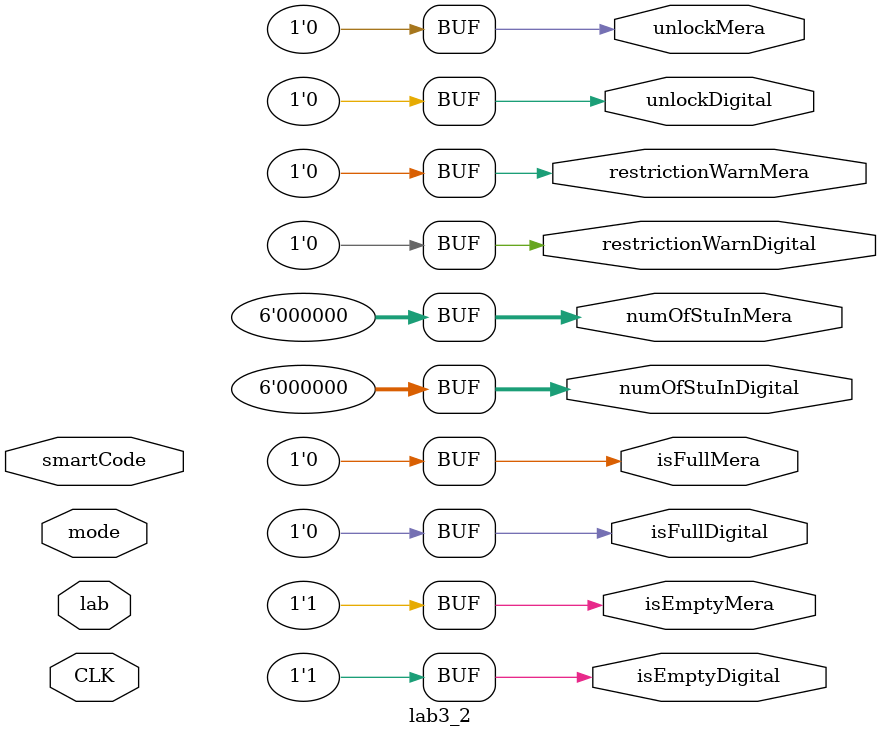
<source format=v>
`timescale 1ns / 1ps 
module lab3_2(
			input[4:0] smartCode,
			input CLK, 
			input lab, //0:Digital, 1:Mera
			input [1:0] mode, //00:exit, 01:enter, 1x: idle 
			output reg [5:0] numOfStuInMera,
			output reg [5:0] numOfStuInDigital,
			output reg restrictionWarnMera,//1:show warning, 0:do not show warning
			output reg isFullMera, //1:full, 0:not full
			output reg isEmptyMera, //1: empty, 0:not empty
			output reg unlockMera,	//1:door is open, 0:closed
			output reg restrictionWarnDigital,//1:show warning, 0:do not show warning
			output reg isFullDigital, //1:full, 0:not full
			output reg isEmptyDigital, //1: empty, 0:not empty
			output reg unlockDigital //1:door is open, 0:closed
	);
	 
	// You may declare your variables below	
	
	initial begin
			numOfStuInMera=0;
			numOfStuInDigital=0;
			restrictionWarnMera=0;
			isFullMera=0;
			isEmptyMera=1'b1;
			unlockMera=0;		
			restrictionWarnDigital=0;
			isFullDigital=0;
			isEmptyDigital=1'b1;
			unlockDigital=0;
	end
	//Modify the lines below to implement your design
	//always @(posedge CLK) 
	//...
	
endmodule


</source>
